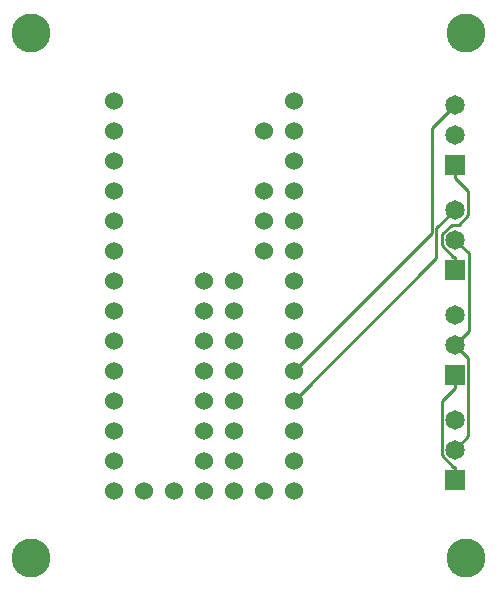
<source format=gbr>
G04 #@! TF.FileFunction,Copper,L1,Top,Signal*
%FSLAX46Y46*%
G04 Gerber Fmt 4.6, Leading zero omitted, Abs format (unit mm)*
G04 Created by KiCad (PCBNEW 4.0.7-e2-6376~58~ubuntu16.04.1) date Fri Jan 12 16:09:03 2018*
%MOMM*%
%LPD*%
G01*
G04 APERTURE LIST*
%ADD10C,0.100000*%
%ADD11R,1.651000X1.651000*%
%ADD12C,1.651000*%
%ADD13C,1.524000*%
%ADD14C,3.302000*%
%ADD15C,0.254000*%
G04 APERTURE END LIST*
D10*
D11*
X89852500Y-91757500D03*
D12*
X89852500Y-89217500D03*
X89852500Y-86677500D03*
D11*
X89852500Y-82867500D03*
D12*
X89852500Y-80327500D03*
X89852500Y-77787500D03*
D11*
X89852500Y-73977500D03*
D12*
X89852500Y-71437500D03*
X89852500Y-68897500D03*
D11*
X89852500Y-65087500D03*
D12*
X89852500Y-62547500D03*
X89852500Y-60007500D03*
D13*
X60960000Y-59690000D03*
X60960000Y-62230000D03*
X60960000Y-64770000D03*
X60960000Y-67310000D03*
X60960000Y-69850000D03*
X60960000Y-72390000D03*
X60960000Y-74930000D03*
X60960000Y-77470000D03*
X60960000Y-80010000D03*
X60960000Y-82550000D03*
X60960000Y-85090000D03*
X60960000Y-87630000D03*
X60960000Y-90170000D03*
X60960000Y-92710000D03*
X63500000Y-92710000D03*
X66040000Y-92710000D03*
X68580000Y-92710000D03*
X71120000Y-92710000D03*
X73660000Y-92710000D03*
X76200000Y-92710000D03*
X76200000Y-90170000D03*
X76200000Y-87630000D03*
X76200000Y-85090000D03*
X76200000Y-82550000D03*
X76200000Y-80010000D03*
X76200000Y-77470000D03*
X76200000Y-74930000D03*
X76200000Y-72390000D03*
X76200000Y-69850000D03*
X76200000Y-67310000D03*
X76200000Y-64770000D03*
X76200000Y-62230000D03*
X76200000Y-59690000D03*
X68580000Y-74930000D03*
X68580000Y-77470000D03*
X68580000Y-80010000D03*
X68580000Y-82550000D03*
X68580000Y-85090000D03*
X68580000Y-87630000D03*
X68580000Y-90170000D03*
X71120000Y-90170000D03*
X71120000Y-87630000D03*
X71120000Y-85090000D03*
X71120000Y-82550000D03*
X71120000Y-80010000D03*
X71120000Y-77470000D03*
X71120000Y-74930000D03*
X73660000Y-72390000D03*
X73660000Y-69850000D03*
X73660000Y-67310000D03*
X73660000Y-62230000D03*
D14*
X53975000Y-53975000D03*
X90805000Y-53975000D03*
X90805000Y-98425000D03*
X53975000Y-98425000D03*
D15*
X89714200Y-90652300D02*
X89852500Y-90652300D01*
X88747300Y-89685400D02*
X89714200Y-90652300D01*
X88747300Y-85077900D02*
X88747300Y-89685400D01*
X89852500Y-83972700D02*
X88747300Y-85077900D01*
X89852500Y-82867500D02*
X89852500Y-83972700D01*
X89852500Y-91757500D02*
X89852500Y-90652300D01*
X89714200Y-72872300D02*
X89852500Y-72872300D01*
X88747300Y-71905400D02*
X89714200Y-72872300D01*
X88747300Y-70979400D02*
X88747300Y-71905400D01*
X89559200Y-70167500D02*
X88747300Y-70979400D01*
X90152300Y-70167500D02*
X89559200Y-70167500D01*
X90967400Y-69352400D02*
X90152300Y-70167500D01*
X90967400Y-67307600D02*
X90967400Y-69352400D01*
X89852500Y-66192700D02*
X90967400Y-67307600D01*
X89852500Y-73977500D02*
X89852500Y-72872300D01*
X89852500Y-65087500D02*
X89852500Y-66192700D01*
X90974600Y-88095400D02*
X89852500Y-89217500D01*
X90974600Y-81449600D02*
X90974600Y-88095400D01*
X89852500Y-80327500D02*
X90974600Y-81449600D01*
X90986500Y-79193500D02*
X89852500Y-80327500D01*
X90986500Y-72571500D02*
X90986500Y-79193500D01*
X89852500Y-71437500D02*
X90986500Y-72571500D01*
X88267300Y-73022700D02*
X76200000Y-85090000D01*
X88267300Y-70482700D02*
X88267300Y-73022700D01*
X89852500Y-68897500D02*
X88267300Y-70482700D01*
X87860600Y-70889400D02*
X76200000Y-82550000D01*
X87860600Y-61999400D02*
X87860600Y-70889400D01*
X89852500Y-60007500D02*
X87860600Y-61999400D01*
M02*

</source>
